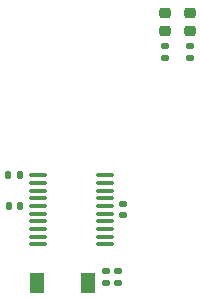
<source format=gbr>
%TF.GenerationSoftware,KiCad,Pcbnew,9.0.6*%
%TF.CreationDate,2025-11-30T13:42:40+01:00*%
%TF.ProjectId,stm32f030f4p6-board,73746d33-3266-4303-9330-663470362d62,rev?*%
%TF.SameCoordinates,Original*%
%TF.FileFunction,Paste,Top*%
%TF.FilePolarity,Positive*%
%FSLAX46Y46*%
G04 Gerber Fmt 4.6, Leading zero omitted, Abs format (unit mm)*
G04 Created by KiCad (PCBNEW 9.0.6) date 2025-11-30 13:42:40*
%MOMM*%
%LPD*%
G01*
G04 APERTURE LIST*
G04 Aperture macros list*
%AMRoundRect*
0 Rectangle with rounded corners*
0 $1 Rounding radius*
0 $2 $3 $4 $5 $6 $7 $8 $9 X,Y pos of 4 corners*
0 Add a 4 corners polygon primitive as box body*
4,1,4,$2,$3,$4,$5,$6,$7,$8,$9,$2,$3,0*
0 Add four circle primitives for the rounded corners*
1,1,$1+$1,$2,$3*
1,1,$1+$1,$4,$5*
1,1,$1+$1,$6,$7*
1,1,$1+$1,$8,$9*
0 Add four rect primitives between the rounded corners*
20,1,$1+$1,$2,$3,$4,$5,0*
20,1,$1+$1,$4,$5,$6,$7,0*
20,1,$1+$1,$6,$7,$8,$9,0*
20,1,$1+$1,$8,$9,$2,$3,0*%
G04 Aperture macros list end*
%ADD10RoundRect,0.140000X0.140000X0.170000X-0.140000X0.170000X-0.140000X-0.170000X0.140000X-0.170000X0*%
%ADD11RoundRect,0.218750X-0.256250X0.218750X-0.256250X-0.218750X0.256250X-0.218750X0.256250X0.218750X0*%
%ADD12RoundRect,0.140000X0.170000X-0.140000X0.170000X0.140000X-0.170000X0.140000X-0.170000X-0.140000X0*%
%ADD13R,1.300000X1.700000*%
%ADD14RoundRect,0.135000X0.185000X-0.135000X0.185000X0.135000X-0.185000X0.135000X-0.185000X-0.135000X0*%
%ADD15RoundRect,0.135000X-0.135000X-0.185000X0.135000X-0.185000X0.135000X0.185000X-0.135000X0.185000X0*%
%ADD16RoundRect,0.100000X-0.637500X-0.100000X0.637500X-0.100000X0.637500X0.100000X-0.637500X0.100000X0*%
%ADD17RoundRect,0.135000X-0.185000X0.135000X-0.185000X-0.135000X0.185000X-0.135000X0.185000X0.135000X0*%
%ADD18RoundRect,0.140000X-0.170000X0.140000X-0.170000X-0.140000X0.170000X-0.140000X0.170000X0.140000X0*%
G04 APERTURE END LIST*
D10*
%TO.C,C4*%
X91168500Y-68670999D03*
X92128500Y-68670999D03*
%TD*%
D11*
%TO.C,D1*%
X106537500Y-52293999D03*
X106537500Y-53868999D03*
%TD*%
D12*
%TO.C,C6*%
X99396500Y-75175999D03*
X99396500Y-74215999D03*
%TD*%
D13*
%TO.C,SW1*%
X93582500Y-75175999D03*
X97900500Y-75175999D03*
%TD*%
D14*
%TO.C,R4*%
X106537500Y-56169999D03*
X106537500Y-55149999D03*
%TD*%
%TO.C,R5*%
X104382500Y-56169999D03*
X104382500Y-55149999D03*
%TD*%
D11*
%TO.C,D2*%
X104378500Y-52293999D03*
X104378500Y-53868999D03*
%TD*%
D15*
%TO.C,R1*%
X91122000Y-66070999D03*
X92142000Y-66070999D03*
%TD*%
D16*
%TO.C,U1*%
X93637500Y-66070999D03*
X93637500Y-66720999D03*
X93637500Y-67370999D03*
X93637500Y-68020999D03*
X93637500Y-68670999D03*
X93637500Y-69320999D03*
X93637500Y-69970999D03*
X93637500Y-70620999D03*
X93637500Y-71270999D03*
X93637500Y-71920999D03*
X99362500Y-71920999D03*
X99362500Y-71270999D03*
X99362500Y-70620999D03*
X99362500Y-69970999D03*
X99362500Y-69320999D03*
X99362500Y-68670999D03*
X99362500Y-68020999D03*
X99362500Y-67370999D03*
X99362500Y-66720999D03*
X99362500Y-66070999D03*
%TD*%
D17*
%TO.C,R3*%
X100462500Y-74155999D03*
X100462500Y-75175999D03*
%TD*%
D18*
%TO.C,C3*%
X100890000Y-68515999D03*
X100890000Y-69475999D03*
%TD*%
M02*

</source>
